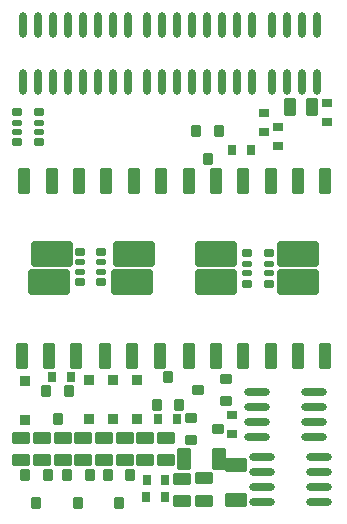
<source format=gtp>
G04*
G04 #@! TF.GenerationSoftware,Altium Limited,Altium Designer,20.0.10 (225)*
G04*
G04 Layer_Color=8421504*
%FSLAX25Y25*%
%MOIN*%
G70*
G01*
G75*
G04:AMPARAMS|DCode=14|XSize=35.43mil|YSize=37.4mil|CornerRadius=3.54mil|HoleSize=0mil|Usage=FLASHONLY|Rotation=180.000|XOffset=0mil|YOffset=0mil|HoleType=Round|Shape=RoundedRectangle|*
%AMROUNDEDRECTD14*
21,1,0.03543,0.03032,0,0,180.0*
21,1,0.02835,0.03740,0,0,180.0*
1,1,0.00709,-0.01417,0.01516*
1,1,0.00709,0.01417,0.01516*
1,1,0.00709,0.01417,-0.01516*
1,1,0.00709,-0.01417,-0.01516*
%
%ADD14ROUNDEDRECTD14*%
G04:AMPARAMS|DCode=15|XSize=35.43mil|YSize=37.4mil|CornerRadius=3.54mil|HoleSize=0mil|Usage=FLASHONLY|Rotation=180.000|XOffset=0mil|YOffset=0mil|HoleType=Round|Shape=RoundedRectangle|*
%AMROUNDEDRECTD15*
21,1,0.03543,0.03032,0,0,180.0*
21,1,0.02835,0.03740,0,0,180.0*
1,1,0.00709,-0.01417,0.01516*
1,1,0.00709,0.01417,0.01516*
1,1,0.00709,0.01417,-0.01516*
1,1,0.00709,-0.01417,-0.01516*
%
%ADD15ROUNDEDRECTD15*%
G04:AMPARAMS|DCode=16|XSize=70.87mil|YSize=45.28mil|CornerRadius=4.53mil|HoleSize=0mil|Usage=FLASHONLY|Rotation=180.000|XOffset=0mil|YOffset=0mil|HoleType=Round|Shape=RoundedRectangle|*
%AMROUNDEDRECTD16*
21,1,0.07087,0.03622,0,0,180.0*
21,1,0.06181,0.04528,0,0,180.0*
1,1,0.00906,-0.03091,0.01811*
1,1,0.00906,0.03091,0.01811*
1,1,0.00906,0.03091,-0.01811*
1,1,0.00906,-0.03091,-0.01811*
%
%ADD16ROUNDEDRECTD16*%
G04:AMPARAMS|DCode=17|XSize=70.87mil|YSize=45.28mil|CornerRadius=4.53mil|HoleSize=0mil|Usage=FLASHONLY|Rotation=270.000|XOffset=0mil|YOffset=0mil|HoleType=Round|Shape=RoundedRectangle|*
%AMROUNDEDRECTD17*
21,1,0.07087,0.03622,0,0,270.0*
21,1,0.06181,0.04528,0,0,270.0*
1,1,0.00906,-0.01811,-0.03091*
1,1,0.00906,-0.01811,0.03091*
1,1,0.00906,0.01811,0.03091*
1,1,0.00906,0.01811,-0.03091*
%
%ADD17ROUNDEDRECTD17*%
G04:AMPARAMS|DCode=18|XSize=35.43mil|YSize=37.4mil|CornerRadius=3.54mil|HoleSize=0mil|Usage=FLASHONLY|Rotation=90.000|XOffset=0mil|YOffset=0mil|HoleType=Round|Shape=RoundedRectangle|*
%AMROUNDEDRECTD18*
21,1,0.03543,0.03032,0,0,90.0*
21,1,0.02835,0.03740,0,0,90.0*
1,1,0.00709,0.01516,0.01417*
1,1,0.00709,0.01516,-0.01417*
1,1,0.00709,-0.01516,-0.01417*
1,1,0.00709,-0.01516,0.01417*
%
%ADD18ROUNDEDRECTD18*%
G04:AMPARAMS|DCode=19|XSize=35.43mil|YSize=37.4mil|CornerRadius=3.54mil|HoleSize=0mil|Usage=FLASHONLY|Rotation=90.000|XOffset=0mil|YOffset=0mil|HoleType=Round|Shape=RoundedRectangle|*
%AMROUNDEDRECTD19*
21,1,0.03543,0.03032,0,0,90.0*
21,1,0.02835,0.03740,0,0,90.0*
1,1,0.00709,0.01516,0.01417*
1,1,0.00709,0.01516,-0.01417*
1,1,0.00709,-0.01516,-0.01417*
1,1,0.00709,-0.01516,0.01417*
%
%ADD19ROUNDEDRECTD19*%
G04:AMPARAMS|DCode=20|XSize=27.56mil|YSize=36.22mil|CornerRadius=2.76mil|HoleSize=0mil|Usage=FLASHONLY|Rotation=90.000|XOffset=0mil|YOffset=0mil|HoleType=Round|Shape=RoundedRectangle|*
%AMROUNDEDRECTD20*
21,1,0.02756,0.03071,0,0,90.0*
21,1,0.02205,0.03622,0,0,90.0*
1,1,0.00551,0.01535,0.01102*
1,1,0.00551,0.01535,-0.01102*
1,1,0.00551,-0.01535,-0.01102*
1,1,0.00551,-0.01535,0.01102*
%
%ADD20ROUNDEDRECTD20*%
G04:AMPARAMS|DCode=21|XSize=43.31mil|YSize=84.65mil|CornerRadius=4.33mil|HoleSize=0mil|Usage=FLASHONLY|Rotation=180.000|XOffset=0mil|YOffset=0mil|HoleType=Round|Shape=RoundedRectangle|*
%AMROUNDEDRECTD21*
21,1,0.04331,0.07598,0,0,180.0*
21,1,0.03465,0.08465,0,0,180.0*
1,1,0.00866,-0.01732,0.03799*
1,1,0.00866,0.01732,0.03799*
1,1,0.00866,0.01732,-0.03799*
1,1,0.00866,-0.01732,-0.03799*
%
%ADD21ROUNDEDRECTD21*%
G04:AMPARAMS|DCode=22|XSize=43.31mil|YSize=84.65mil|CornerRadius=4.33mil|HoleSize=0mil|Usage=FLASHONLY|Rotation=180.000|XOffset=0mil|YOffset=0mil|HoleType=Round|Shape=RoundedRectangle|*
%AMROUNDEDRECTD22*
21,1,0.04331,0.07599,0,0,180.0*
21,1,0.03465,0.08465,0,0,180.0*
1,1,0.00866,-0.01732,0.03799*
1,1,0.00866,0.01732,0.03799*
1,1,0.00866,0.01732,-0.03799*
1,1,0.00866,-0.01732,-0.03799*
%
%ADD22ROUNDEDRECTD22*%
G04:AMPARAMS|DCode=23|XSize=137.8mil|YSize=84.65mil|CornerRadius=8.47mil|HoleSize=0mil|Usage=FLASHONLY|Rotation=180.000|XOffset=0mil|YOffset=0mil|HoleType=Round|Shape=RoundedRectangle|*
%AMROUNDEDRECTD23*
21,1,0.13780,0.06772,0,0,180.0*
21,1,0.12087,0.08465,0,0,180.0*
1,1,0.01693,-0.06043,0.03386*
1,1,0.01693,0.06043,0.03386*
1,1,0.01693,0.06043,-0.03386*
1,1,0.01693,-0.06043,-0.03386*
%
%ADD23ROUNDEDRECTD23*%
G04:AMPARAMS|DCode=24|XSize=25.59mil|YSize=31.5mil|CornerRadius=2.56mil|HoleSize=0mil|Usage=FLASHONLY|Rotation=90.000|XOffset=0mil|YOffset=0mil|HoleType=Round|Shape=RoundedRectangle|*
%AMROUNDEDRECTD24*
21,1,0.02559,0.02638,0,0,90.0*
21,1,0.02047,0.03150,0,0,90.0*
1,1,0.00512,0.01319,0.01024*
1,1,0.00512,0.01319,-0.01024*
1,1,0.00512,-0.01319,-0.01024*
1,1,0.00512,-0.01319,0.01024*
%
%ADD24ROUNDEDRECTD24*%
G04:AMPARAMS|DCode=25|XSize=17.72mil|YSize=31.5mil|CornerRadius=1.77mil|HoleSize=0mil|Usage=FLASHONLY|Rotation=90.000|XOffset=0mil|YOffset=0mil|HoleType=Round|Shape=RoundedRectangle|*
%AMROUNDEDRECTD25*
21,1,0.01772,0.02795,0,0,90.0*
21,1,0.01417,0.03150,0,0,90.0*
1,1,0.00354,0.01398,0.00709*
1,1,0.00354,0.01398,-0.00709*
1,1,0.00354,-0.01398,-0.00709*
1,1,0.00354,-0.01398,0.00709*
%
%ADD25ROUNDEDRECTD25*%
%ADD26O,0.02362X0.08661*%
%ADD27O,0.08661X0.02362*%
G04:AMPARAMS|DCode=28|XSize=39.37mil|YSize=57.09mil|CornerRadius=3.94mil|HoleSize=0mil|Usage=FLASHONLY|Rotation=90.000|XOffset=0mil|YOffset=0mil|HoleType=Round|Shape=RoundedRectangle|*
%AMROUNDEDRECTD28*
21,1,0.03937,0.04921,0,0,90.0*
21,1,0.03150,0.05709,0,0,90.0*
1,1,0.00787,0.02461,0.01575*
1,1,0.00787,0.02461,-0.01575*
1,1,0.00787,-0.02461,-0.01575*
1,1,0.00787,-0.02461,0.01575*
%
%ADD28ROUNDEDRECTD28*%
G04:AMPARAMS|DCode=29|XSize=35.83mil|YSize=33.47mil|CornerRadius=3.35mil|HoleSize=0mil|Usage=FLASHONLY|Rotation=90.000|XOffset=0mil|YOffset=0mil|HoleType=Round|Shape=RoundedRectangle|*
%AMROUNDEDRECTD29*
21,1,0.03583,0.02677,0,0,90.0*
21,1,0.02913,0.03347,0,0,90.0*
1,1,0.00669,0.01339,0.01457*
1,1,0.00669,0.01339,-0.01457*
1,1,0.00669,-0.01339,-0.01457*
1,1,0.00669,-0.01339,0.01457*
%
%ADD29ROUNDEDRECTD29*%
G04:AMPARAMS|DCode=30|XSize=27.56mil|YSize=36.22mil|CornerRadius=2.76mil|HoleSize=0mil|Usage=FLASHONLY|Rotation=180.000|XOffset=0mil|YOffset=0mil|HoleType=Round|Shape=RoundedRectangle|*
%AMROUNDEDRECTD30*
21,1,0.02756,0.03071,0,0,180.0*
21,1,0.02205,0.03622,0,0,180.0*
1,1,0.00551,-0.01102,0.01535*
1,1,0.00551,0.01102,0.01535*
1,1,0.00551,0.01102,-0.01535*
1,1,0.00551,-0.01102,-0.01535*
%
%ADD30ROUNDEDRECTD30*%
G04:AMPARAMS|DCode=31|XSize=39.37mil|YSize=57.09mil|CornerRadius=3.94mil|HoleSize=0mil|Usage=FLASHONLY|Rotation=180.000|XOffset=0mil|YOffset=0mil|HoleType=Round|Shape=RoundedRectangle|*
%AMROUNDEDRECTD31*
21,1,0.03937,0.04921,0,0,180.0*
21,1,0.03150,0.05709,0,0,180.0*
1,1,0.00787,-0.01575,0.02461*
1,1,0.00787,0.01575,0.02461*
1,1,0.00787,0.01575,-0.02461*
1,1,0.00787,-0.01575,-0.02461*
%
%ADD31ROUNDEDRECTD31*%
D14*
X70768Y127284D02*
D03*
X67027Y118032D02*
D03*
X27657Y12677D02*
D03*
X23917Y3425D02*
D03*
X9941D02*
D03*
X13681Y12677D02*
D03*
X37500Y3425D02*
D03*
X41240Y12677D02*
D03*
X50000Y36162D02*
D03*
X53740Y45414D02*
D03*
X17028Y31378D02*
D03*
X20768Y40630D02*
D03*
D15*
X63287Y127284D02*
D03*
X20177Y12677D02*
D03*
X6201D02*
D03*
X33760D02*
D03*
X57480Y36162D02*
D03*
X13287Y40630D02*
D03*
D16*
X76378Y4528D02*
D03*
Y15945D02*
D03*
D17*
X70669Y17913D02*
D03*
X59252D02*
D03*
D18*
X73150Y37402D02*
D03*
X63898Y41142D02*
D03*
X70551Y28051D02*
D03*
X61299Y31791D02*
D03*
D19*
X73150Y44882D02*
D03*
X61299Y24311D02*
D03*
D20*
X75197Y26378D02*
D03*
Y32677D02*
D03*
X106791Y130473D02*
D03*
Y136772D02*
D03*
X85827Y133465D02*
D03*
Y127165D02*
D03*
X90453Y122343D02*
D03*
Y128642D02*
D03*
D21*
X78740Y110787D02*
D03*
X60630D02*
D03*
X78740Y52520D02*
D03*
X60630D02*
D03*
X87992D02*
D03*
X106102D02*
D03*
X87992Y110787D02*
D03*
X106102D02*
D03*
X51378D02*
D03*
X33268D02*
D03*
X5906D02*
D03*
X24016D02*
D03*
X32874Y52520D02*
D03*
X50984D02*
D03*
X23228D02*
D03*
X5118D02*
D03*
D22*
X69685Y110787D02*
D03*
X69685Y52520D02*
D03*
X97047D02*
D03*
X97047Y110787D02*
D03*
X42323D02*
D03*
X14961D02*
D03*
X41929Y52520D02*
D03*
X14173D02*
D03*
D23*
X69685Y86378D02*
D03*
X69685Y76929D02*
D03*
X97047D02*
D03*
X97047Y86378D02*
D03*
X42323D02*
D03*
X14961D02*
D03*
X41929Y76929D02*
D03*
X14173D02*
D03*
D24*
X31594Y77028D02*
D03*
X24508D02*
D03*
Y87067D02*
D03*
X31594D02*
D03*
X10630Y123583D02*
D03*
X3543D02*
D03*
Y133622D02*
D03*
X10630D02*
D03*
X87303Y86575D02*
D03*
X80216D02*
D03*
Y76535D02*
D03*
X87303D02*
D03*
D25*
X31594Y80472D02*
D03*
Y83622D02*
D03*
X24508D02*
D03*
Y80472D02*
D03*
X10630Y127028D02*
D03*
Y130177D02*
D03*
X3543D02*
D03*
Y127028D02*
D03*
X80216Y79980D02*
D03*
Y83130D02*
D03*
X87303D02*
D03*
Y79980D02*
D03*
D26*
X5433Y143661D02*
D03*
X10433D02*
D03*
X15433D02*
D03*
X20433D02*
D03*
X25433D02*
D03*
X30433D02*
D03*
X35433D02*
D03*
X40433D02*
D03*
X5433Y162559D02*
D03*
X10433D02*
D03*
X15433D02*
D03*
X20433D02*
D03*
X25433D02*
D03*
X30433D02*
D03*
X35433D02*
D03*
X40433D02*
D03*
X81870Y162756D02*
D03*
X76870D02*
D03*
X71870D02*
D03*
X66870D02*
D03*
X61870D02*
D03*
X56870D02*
D03*
X51870D02*
D03*
X46870D02*
D03*
X81870Y143858D02*
D03*
X76870D02*
D03*
X71870D02*
D03*
X66870D02*
D03*
X61870D02*
D03*
X56870D02*
D03*
X51870D02*
D03*
X46870D02*
D03*
X88465Y143858D02*
D03*
X93465D02*
D03*
X98465D02*
D03*
X103465D02*
D03*
X88465Y162756D02*
D03*
X93465D02*
D03*
X98465D02*
D03*
X103465D02*
D03*
D27*
X85237Y18681D02*
D03*
Y13681D02*
D03*
Y8681D02*
D03*
Y3681D02*
D03*
X104134Y18681D02*
D03*
Y13681D02*
D03*
Y8681D02*
D03*
Y3681D02*
D03*
X102363Y25532D02*
D03*
Y30531D02*
D03*
Y35531D02*
D03*
Y40532D02*
D03*
X83465Y25532D02*
D03*
Y30531D02*
D03*
Y35531D02*
D03*
Y40532D02*
D03*
D28*
X4921Y25059D02*
D03*
Y17579D02*
D03*
X11811D02*
D03*
Y25059D02*
D03*
X18701D02*
D03*
Y17579D02*
D03*
X25591D02*
D03*
Y25059D02*
D03*
X32480D02*
D03*
Y17579D02*
D03*
X39370D02*
D03*
Y25059D02*
D03*
X46260D02*
D03*
Y17579D02*
D03*
X53150D02*
D03*
Y25059D02*
D03*
X65650Y4094D02*
D03*
Y11575D02*
D03*
X58465Y11378D02*
D03*
Y3898D02*
D03*
D29*
X43406Y31358D02*
D03*
Y44350D02*
D03*
X6201Y43957D02*
D03*
Y30965D02*
D03*
X27362Y31358D02*
D03*
Y44350D02*
D03*
X35531D02*
D03*
Y31358D02*
D03*
D30*
X52953Y10984D02*
D03*
X46654D02*
D03*
X46555Y5374D02*
D03*
X52854D02*
D03*
X50492Y31457D02*
D03*
X56791D02*
D03*
X81367Y121020D02*
D03*
X75068D02*
D03*
X21358Y45335D02*
D03*
X15059D02*
D03*
D31*
X94390Y135492D02*
D03*
X101870D02*
D03*
M02*

</source>
